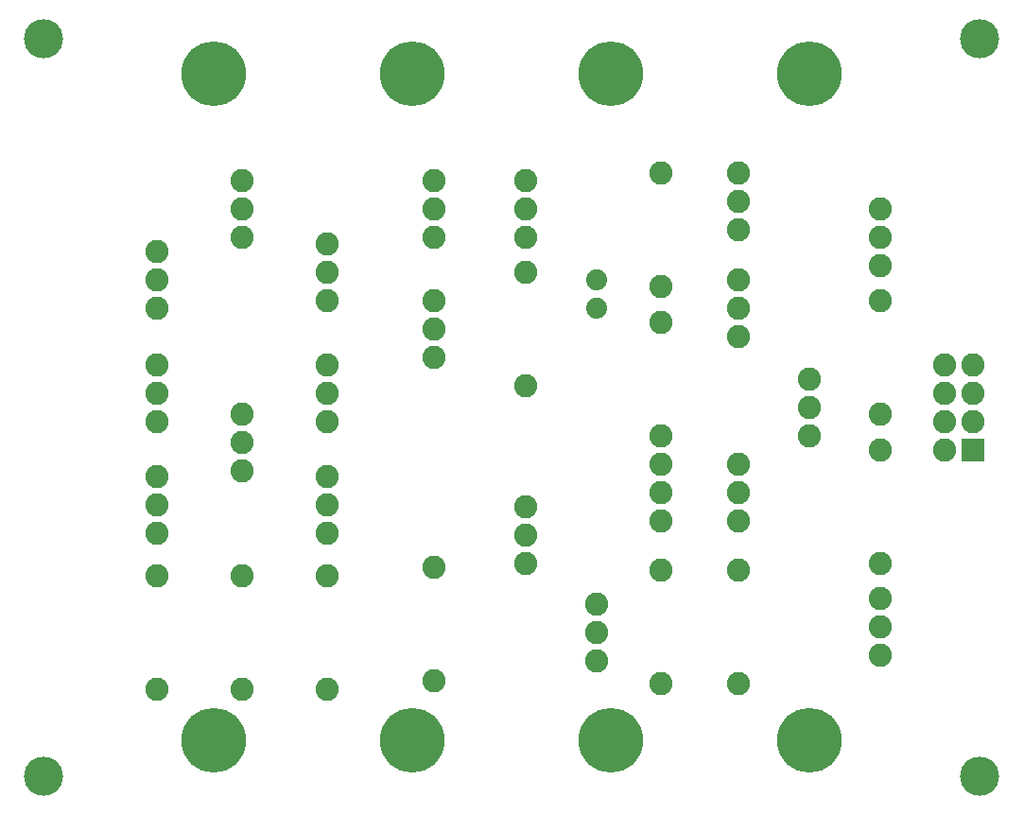
<source format=gbs>
G75*
%MOIN*%
%OFA0B0*%
%FSLAX24Y24*%
%IPPOS*%
%LPD*%
%AMOC8*
5,1,8,0,0,1.08239X$1,22.5*
%
%ADD10C,0.0820*%
%ADD11C,0.0740*%
%ADD12C,0.1380*%
%ADD13C,0.2280*%
%ADD14R,0.0820X0.0820*%
D10*
X005375Y004425D03*
X008375Y004425D03*
X011375Y004425D03*
X015125Y004725D03*
X011375Y008425D03*
X011375Y009925D03*
X011375Y010925D03*
X011375Y011925D03*
X011375Y013875D03*
X011375Y014875D03*
X011375Y015875D03*
X011375Y018125D03*
X011375Y019125D03*
X011375Y020125D03*
X008375Y020375D03*
X008375Y021375D03*
X008375Y022375D03*
X005375Y019875D03*
X005375Y018875D03*
X005375Y017875D03*
X005375Y015875D03*
X005375Y014875D03*
X005375Y013875D03*
X005375Y011925D03*
X005375Y010925D03*
X005375Y009925D03*
X005375Y008425D03*
X008375Y008425D03*
X008375Y012125D03*
X008375Y013125D03*
X008375Y014125D03*
X015125Y016125D03*
X015125Y017125D03*
X015125Y018125D03*
X015125Y020375D03*
X015125Y021375D03*
X015125Y022375D03*
X018375Y022375D03*
X018375Y021375D03*
X018375Y020375D03*
X018375Y019125D03*
X023125Y018625D03*
X023125Y017375D03*
X025875Y016875D03*
X025875Y017875D03*
X025875Y018875D03*
X025875Y020625D03*
X025875Y021625D03*
X025875Y022625D03*
X023125Y022625D03*
X030875Y021375D03*
X030875Y020375D03*
X030875Y019375D03*
X030875Y018125D03*
X033125Y015875D03*
X034125Y015875D03*
X034125Y014875D03*
X034125Y013875D03*
X033125Y013875D03*
X033125Y014875D03*
X030875Y014125D03*
X030875Y012875D03*
X033125Y012875D03*
X028375Y013375D03*
X028375Y014375D03*
X028375Y015375D03*
X025875Y012375D03*
X025875Y011375D03*
X025875Y010375D03*
X025875Y008625D03*
X023125Y008625D03*
X023125Y010375D03*
X023125Y011375D03*
X023125Y012375D03*
X023125Y013375D03*
X018375Y015125D03*
X018375Y010875D03*
X018375Y009875D03*
X018375Y008875D03*
X020875Y007425D03*
X020875Y006425D03*
X020875Y005425D03*
X023125Y004625D03*
X025875Y004625D03*
X030875Y005625D03*
X030875Y006625D03*
X030875Y007625D03*
X030875Y008875D03*
X015125Y008725D03*
D11*
X020875Y017875D03*
X020875Y018875D03*
D12*
X001375Y001375D03*
X001375Y027375D03*
X034375Y027375D03*
X034375Y001375D03*
D13*
X028375Y002625D03*
X021375Y002625D03*
X014375Y002625D03*
X007375Y002625D03*
X007375Y026125D03*
X014375Y026125D03*
X021375Y026125D03*
X028375Y026125D03*
D14*
X034125Y012875D03*
M02*

</source>
